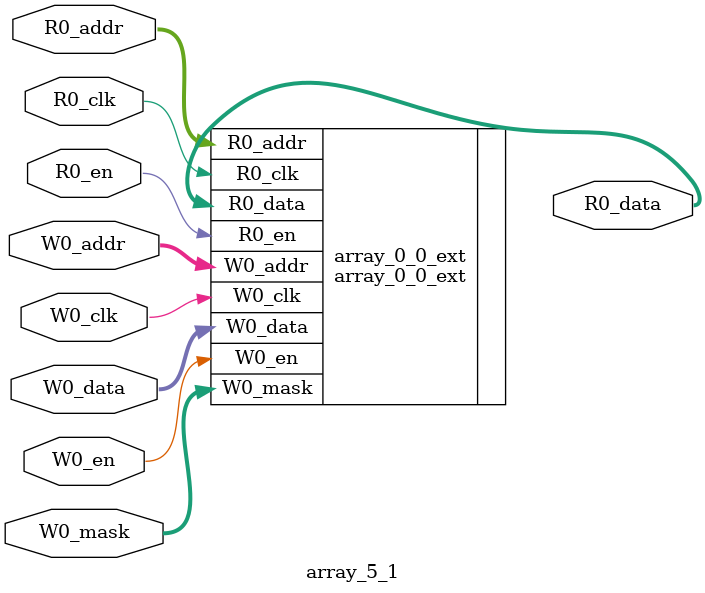
<source format=sv>
module array_5_1(	// @[generators/rocket-chip/src/main/scala/util/DescribedSRAM.scala:17:26]
  input  [7:0]   R0_addr,
  input          R0_en,
  input          R0_clk,
  output [127:0] R0_data,
  input  [7:0]   W0_addr,
  input          W0_en,
  input          W0_clk,
  input  [127:0] W0_data,
  input  [1:0]   W0_mask
);

  array_0_0_ext array_0_0_ext (	// @[generators/rocket-chip/src/main/scala/util/DescribedSRAM.scala:17:26]
    .R0_addr (R0_addr),
    .R0_en   (R0_en),
    .R0_clk  (R0_clk),
    .R0_data (R0_data),
    .W0_addr (W0_addr),
    .W0_en   (W0_en),
    .W0_clk  (W0_clk),
    .W0_data (W0_data),
    .W0_mask (W0_mask)
  );	// @[generators/rocket-chip/src/main/scala/util/DescribedSRAM.scala:17:26]
endmodule


</source>
